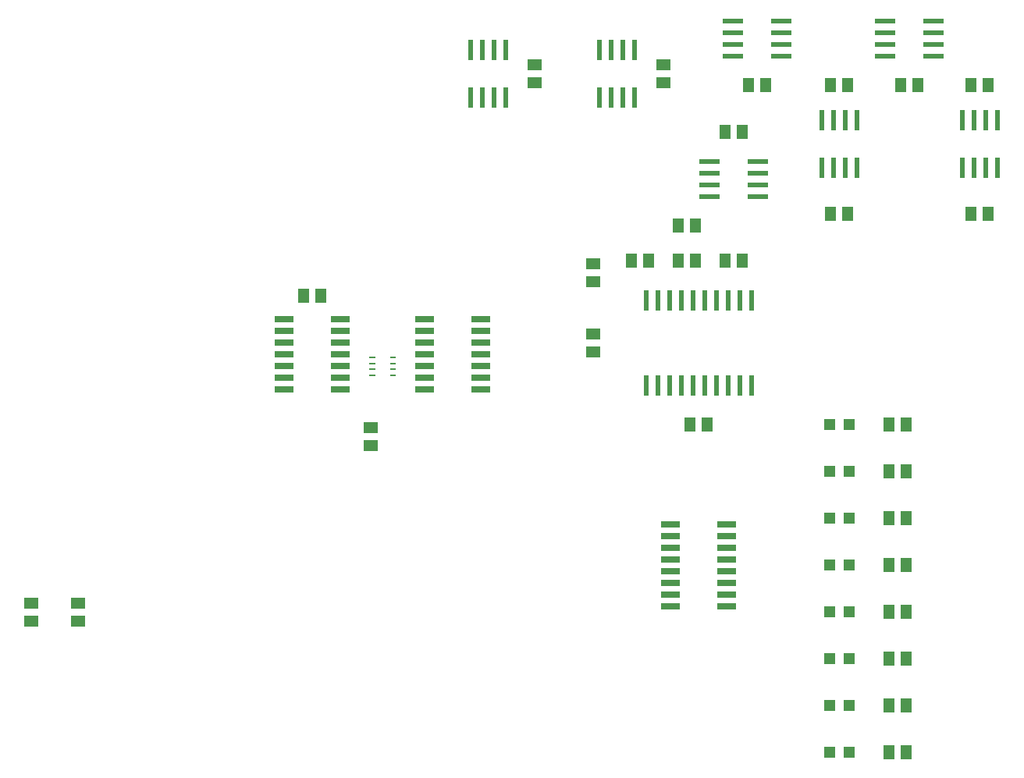
<source format=gtp>
G75*
G70*
%OFA0B0*%
%FSLAX24Y24*%
%IPPOS*%
%LPD*%
%AMOC8*
5,1,8,0,0,1.08239X$1,22.5*
%
%ADD10R,0.0236X0.0866*%
%ADD11R,0.0160X0.0080*%
%ADD12R,0.0866X0.0236*%
%ADD13R,0.0800X0.0260*%
%ADD14R,0.0591X0.0512*%
%ADD15R,0.0512X0.0591*%
%ADD16R,0.0472X0.0472*%
D10*
X028522Y018290D03*
X029022Y018290D03*
X029522Y018290D03*
X030022Y018290D03*
X030522Y018290D03*
X031022Y018290D03*
X031522Y018290D03*
X032022Y018290D03*
X032522Y018290D03*
X033022Y018290D03*
X033022Y021912D03*
X032522Y021912D03*
X032022Y021912D03*
X031522Y021912D03*
X031022Y021912D03*
X030522Y021912D03*
X030022Y021912D03*
X029522Y021912D03*
X029022Y021912D03*
X028522Y021912D03*
X036022Y027577D03*
X036522Y027577D03*
X037022Y027577D03*
X037522Y027577D03*
X037522Y029624D03*
X037022Y029624D03*
X036522Y029624D03*
X036022Y029624D03*
X042022Y029624D03*
X042522Y029624D03*
X043022Y029624D03*
X043522Y029624D03*
X043522Y027577D03*
X043022Y027577D03*
X042522Y027577D03*
X042022Y027577D03*
X028022Y030577D03*
X027522Y030577D03*
X027022Y030577D03*
X026522Y030577D03*
X026522Y032624D03*
X027022Y032624D03*
X027522Y032624D03*
X028022Y032624D03*
X022522Y032624D03*
X022022Y032624D03*
X021522Y032624D03*
X021022Y032624D03*
X021022Y030577D03*
X021522Y030577D03*
X022022Y030577D03*
X022522Y030577D03*
D11*
X017784Y019485D03*
X017656Y019485D03*
X017656Y019229D03*
X017784Y019229D03*
X017784Y018973D03*
X017656Y018973D03*
X017656Y018717D03*
X017784Y018717D03*
X016888Y018717D03*
X016760Y018717D03*
X016760Y018973D03*
X016888Y018973D03*
X016888Y019229D03*
X016760Y019229D03*
X016760Y019485D03*
X016888Y019485D03*
D12*
X031249Y026351D03*
X031249Y026851D03*
X031249Y027351D03*
X031249Y027851D03*
X033296Y027851D03*
X033296Y027351D03*
X033296Y026851D03*
X033296Y026351D03*
X034296Y032351D03*
X034296Y032851D03*
X034296Y033351D03*
X034296Y033851D03*
X032249Y033851D03*
X032249Y033351D03*
X032249Y032851D03*
X032249Y032351D03*
X038749Y032351D03*
X038749Y032851D03*
X038749Y033351D03*
X038749Y033851D03*
X040796Y033851D03*
X040796Y033351D03*
X040796Y032851D03*
X040796Y032351D03*
D13*
X021482Y021101D03*
X021482Y020601D03*
X021482Y020101D03*
X021482Y019601D03*
X021482Y019101D03*
X021482Y018601D03*
X021482Y018101D03*
X019062Y018101D03*
X019062Y018601D03*
X019062Y019101D03*
X019062Y019601D03*
X019062Y020101D03*
X019062Y020601D03*
X019062Y021101D03*
X015482Y021101D03*
X015482Y020601D03*
X015482Y020101D03*
X015482Y019601D03*
X015482Y019101D03*
X015482Y018601D03*
X015482Y018101D03*
X013062Y018101D03*
X013062Y018601D03*
X013062Y019101D03*
X013062Y019601D03*
X013062Y020101D03*
X013062Y020601D03*
X013062Y021101D03*
X029562Y012351D03*
X029562Y011851D03*
X029562Y011351D03*
X029562Y010851D03*
X029562Y010351D03*
X029562Y009851D03*
X029562Y009351D03*
X029562Y008851D03*
X031982Y008851D03*
X031982Y009351D03*
X031982Y009851D03*
X031982Y010351D03*
X031982Y010851D03*
X031982Y011351D03*
X031982Y011851D03*
X031982Y012351D03*
D14*
X002272Y008227D03*
X002272Y008975D03*
X004272Y008975D03*
X004272Y008227D03*
X016772Y015727D03*
X016772Y016475D03*
X026272Y019727D03*
X026272Y020475D03*
X026272Y022727D03*
X026272Y023475D03*
X023772Y031227D03*
X023772Y031975D03*
X029272Y031975D03*
X029272Y031227D03*
D15*
X031898Y029101D03*
X032646Y029101D03*
X032898Y031101D03*
X033646Y031101D03*
X036398Y031101D03*
X037146Y031101D03*
X039398Y031101D03*
X040146Y031101D03*
X042398Y031101D03*
X043146Y031101D03*
X043146Y025601D03*
X042398Y025601D03*
X037146Y025601D03*
X036398Y025601D03*
X032646Y023601D03*
X031898Y023601D03*
X030646Y023601D03*
X029898Y023601D03*
X028646Y023601D03*
X027898Y023601D03*
X029898Y025101D03*
X030646Y025101D03*
X030398Y016601D03*
X031146Y016601D03*
X038898Y016601D03*
X039646Y016601D03*
X039646Y014601D03*
X038898Y014601D03*
X038898Y012601D03*
X039646Y012601D03*
X039646Y010601D03*
X038898Y010601D03*
X038898Y008601D03*
X039646Y008601D03*
X039646Y006601D03*
X038898Y006601D03*
X038898Y004601D03*
X039646Y004601D03*
X039646Y002601D03*
X038898Y002601D03*
X014646Y022101D03*
X013898Y022101D03*
D16*
X036359Y016601D03*
X037186Y016601D03*
X037186Y014601D03*
X036359Y014601D03*
X036359Y012601D03*
X037186Y012601D03*
X037186Y010601D03*
X036359Y010601D03*
X036359Y008601D03*
X037186Y008601D03*
X037186Y006601D03*
X036359Y006601D03*
X036359Y004601D03*
X037186Y004601D03*
X037186Y002601D03*
X036359Y002601D03*
M02*

</source>
